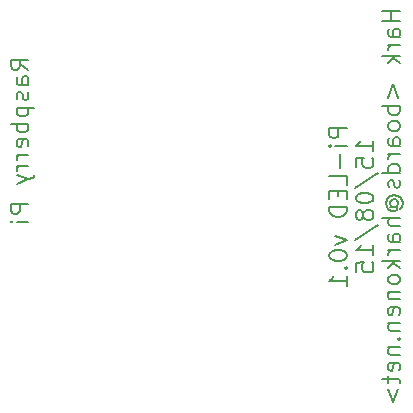
<source format=gbo>
G04 #@! TF.FileFunction,Legend,Bot*
%FSLAX46Y46*%
G04 Gerber Fmt 4.6, Leading zero omitted, Abs format (unit mm)*
G04 Created by KiCad (PCBNEW (2015-08-15 BZR 6094)-product) date Mon 17 Aug 2015 18:15:34 BST*
%MOMM*%
G01*
G04 APERTURE LIST*
%ADD10C,0.100000*%
%ADD11C,0.150000*%
G04 APERTURE END LIST*
D10*
D11*
X125428571Y-85305143D02*
X123928571Y-85305143D01*
X123928571Y-85876571D01*
X124000000Y-86019429D01*
X124071429Y-86090857D01*
X124214286Y-86162286D01*
X124428571Y-86162286D01*
X124571429Y-86090857D01*
X124642857Y-86019429D01*
X124714286Y-85876571D01*
X124714286Y-85305143D01*
X125428571Y-86805143D02*
X124428571Y-86805143D01*
X123928571Y-86805143D02*
X124000000Y-86733714D01*
X124071429Y-86805143D01*
X124000000Y-86876571D01*
X123928571Y-86805143D01*
X124071429Y-86805143D01*
X124857143Y-87519429D02*
X124857143Y-88662286D01*
X125428571Y-90090858D02*
X125428571Y-89376572D01*
X123928571Y-89376572D01*
X124642857Y-90590858D02*
X124642857Y-91090858D01*
X125428571Y-91305144D02*
X125428571Y-90590858D01*
X123928571Y-90590858D01*
X123928571Y-91305144D01*
X125428571Y-91948001D02*
X123928571Y-91948001D01*
X123928571Y-92305144D01*
X124000000Y-92519429D01*
X124142857Y-92662287D01*
X124285714Y-92733715D01*
X124571429Y-92805144D01*
X124785714Y-92805144D01*
X125071429Y-92733715D01*
X125214286Y-92662287D01*
X125357143Y-92519429D01*
X125428571Y-92305144D01*
X125428571Y-91948001D01*
X124428571Y-94448001D02*
X125428571Y-94805144D01*
X124428571Y-95162286D01*
X123928571Y-96019429D02*
X123928571Y-96162286D01*
X124000000Y-96305143D01*
X124071429Y-96376572D01*
X124214286Y-96448001D01*
X124500000Y-96519429D01*
X124857143Y-96519429D01*
X125142857Y-96448001D01*
X125285714Y-96376572D01*
X125357143Y-96305143D01*
X125428571Y-96162286D01*
X125428571Y-96019429D01*
X125357143Y-95876572D01*
X125285714Y-95805143D01*
X125142857Y-95733715D01*
X124857143Y-95662286D01*
X124500000Y-95662286D01*
X124214286Y-95733715D01*
X124071429Y-95805143D01*
X124000000Y-95876572D01*
X123928571Y-96019429D01*
X125285714Y-97162286D02*
X125357143Y-97233714D01*
X125428571Y-97162286D01*
X125357143Y-97090857D01*
X125285714Y-97162286D01*
X125428571Y-97162286D01*
X125428571Y-98662286D02*
X125428571Y-97805143D01*
X125428571Y-98233715D02*
X123928571Y-98233715D01*
X124142857Y-98090858D01*
X124285714Y-97948000D01*
X124357143Y-97805143D01*
X127678571Y-87233715D02*
X127678571Y-86376572D01*
X127678571Y-86805144D02*
X126178571Y-86805144D01*
X126392857Y-86662287D01*
X126535714Y-86519429D01*
X126607143Y-86376572D01*
X126178571Y-88590858D02*
X126178571Y-87876572D01*
X126892857Y-87805143D01*
X126821429Y-87876572D01*
X126750000Y-88019429D01*
X126750000Y-88376572D01*
X126821429Y-88519429D01*
X126892857Y-88590858D01*
X127035714Y-88662286D01*
X127392857Y-88662286D01*
X127535714Y-88590858D01*
X127607143Y-88519429D01*
X127678571Y-88376572D01*
X127678571Y-88019429D01*
X127607143Y-87876572D01*
X127535714Y-87805143D01*
X126107143Y-90376571D02*
X128035714Y-89090857D01*
X126178571Y-91162286D02*
X126178571Y-91305143D01*
X126250000Y-91448000D01*
X126321429Y-91519429D01*
X126464286Y-91590858D01*
X126750000Y-91662286D01*
X127107143Y-91662286D01*
X127392857Y-91590858D01*
X127535714Y-91519429D01*
X127607143Y-91448000D01*
X127678571Y-91305143D01*
X127678571Y-91162286D01*
X127607143Y-91019429D01*
X127535714Y-90948000D01*
X127392857Y-90876572D01*
X127107143Y-90805143D01*
X126750000Y-90805143D01*
X126464286Y-90876572D01*
X126321429Y-90948000D01*
X126250000Y-91019429D01*
X126178571Y-91162286D01*
X126821429Y-92519429D02*
X126750000Y-92376571D01*
X126678571Y-92305143D01*
X126535714Y-92233714D01*
X126464286Y-92233714D01*
X126321429Y-92305143D01*
X126250000Y-92376571D01*
X126178571Y-92519429D01*
X126178571Y-92805143D01*
X126250000Y-92948000D01*
X126321429Y-93019429D01*
X126464286Y-93090857D01*
X126535714Y-93090857D01*
X126678571Y-93019429D01*
X126750000Y-92948000D01*
X126821429Y-92805143D01*
X126821429Y-92519429D01*
X126892857Y-92376571D01*
X126964286Y-92305143D01*
X127107143Y-92233714D01*
X127392857Y-92233714D01*
X127535714Y-92305143D01*
X127607143Y-92376571D01*
X127678571Y-92519429D01*
X127678571Y-92805143D01*
X127607143Y-92948000D01*
X127535714Y-93019429D01*
X127392857Y-93090857D01*
X127107143Y-93090857D01*
X126964286Y-93019429D01*
X126892857Y-92948000D01*
X126821429Y-92805143D01*
X126107143Y-94805142D02*
X128035714Y-93519428D01*
X127678571Y-96090857D02*
X127678571Y-95233714D01*
X127678571Y-95662286D02*
X126178571Y-95662286D01*
X126392857Y-95519429D01*
X126535714Y-95376571D01*
X126607143Y-95233714D01*
X126178571Y-97448000D02*
X126178571Y-96733714D01*
X126892857Y-96662285D01*
X126821429Y-96733714D01*
X126750000Y-96876571D01*
X126750000Y-97233714D01*
X126821429Y-97376571D01*
X126892857Y-97448000D01*
X127035714Y-97519428D01*
X127392857Y-97519428D01*
X127535714Y-97448000D01*
X127607143Y-97376571D01*
X127678571Y-97233714D01*
X127678571Y-96876571D01*
X127607143Y-96733714D01*
X127535714Y-96662285D01*
X129928571Y-75376571D02*
X128428571Y-75376571D01*
X129142857Y-75376571D02*
X129142857Y-76233714D01*
X129928571Y-76233714D02*
X128428571Y-76233714D01*
X129928571Y-77590857D02*
X129142857Y-77590857D01*
X129000000Y-77519428D01*
X128928571Y-77376571D01*
X128928571Y-77090857D01*
X129000000Y-76948000D01*
X129857143Y-77590857D02*
X129928571Y-77448000D01*
X129928571Y-77090857D01*
X129857143Y-76948000D01*
X129714286Y-76876571D01*
X129571429Y-76876571D01*
X129428571Y-76948000D01*
X129357143Y-77090857D01*
X129357143Y-77448000D01*
X129285714Y-77590857D01*
X129928571Y-78305143D02*
X128928571Y-78305143D01*
X129214286Y-78305143D02*
X129071429Y-78376571D01*
X129000000Y-78448000D01*
X128928571Y-78590857D01*
X128928571Y-78733714D01*
X129928571Y-79233714D02*
X128428571Y-79233714D01*
X129357143Y-79376571D02*
X129928571Y-79805142D01*
X128928571Y-79805142D02*
X129500000Y-79233714D01*
X128928571Y-82733714D02*
X129357143Y-81590857D01*
X129785714Y-82733714D01*
X129928571Y-83448000D02*
X128428571Y-83448000D01*
X129000000Y-83448000D02*
X128928571Y-83590857D01*
X128928571Y-83876571D01*
X129000000Y-84019428D01*
X129071429Y-84090857D01*
X129214286Y-84162286D01*
X129642857Y-84162286D01*
X129785714Y-84090857D01*
X129857143Y-84019428D01*
X129928571Y-83876571D01*
X129928571Y-83590857D01*
X129857143Y-83448000D01*
X129928571Y-85019429D02*
X129857143Y-84876571D01*
X129785714Y-84805143D01*
X129642857Y-84733714D01*
X129214286Y-84733714D01*
X129071429Y-84805143D01*
X129000000Y-84876571D01*
X128928571Y-85019429D01*
X128928571Y-85233714D01*
X129000000Y-85376571D01*
X129071429Y-85448000D01*
X129214286Y-85519429D01*
X129642857Y-85519429D01*
X129785714Y-85448000D01*
X129857143Y-85376571D01*
X129928571Y-85233714D01*
X129928571Y-85019429D01*
X129928571Y-86805143D02*
X129142857Y-86805143D01*
X129000000Y-86733714D01*
X128928571Y-86590857D01*
X128928571Y-86305143D01*
X129000000Y-86162286D01*
X129857143Y-86805143D02*
X129928571Y-86662286D01*
X129928571Y-86305143D01*
X129857143Y-86162286D01*
X129714286Y-86090857D01*
X129571429Y-86090857D01*
X129428571Y-86162286D01*
X129357143Y-86305143D01*
X129357143Y-86662286D01*
X129285714Y-86805143D01*
X129928571Y-87519429D02*
X128928571Y-87519429D01*
X129214286Y-87519429D02*
X129071429Y-87590857D01*
X129000000Y-87662286D01*
X128928571Y-87805143D01*
X128928571Y-87948000D01*
X129928571Y-89090857D02*
X128428571Y-89090857D01*
X129857143Y-89090857D02*
X129928571Y-88948000D01*
X129928571Y-88662286D01*
X129857143Y-88519428D01*
X129785714Y-88448000D01*
X129642857Y-88376571D01*
X129214286Y-88376571D01*
X129071429Y-88448000D01*
X129000000Y-88519428D01*
X128928571Y-88662286D01*
X128928571Y-88948000D01*
X129000000Y-89090857D01*
X129857143Y-89733714D02*
X129928571Y-89876571D01*
X129928571Y-90162286D01*
X129857143Y-90305143D01*
X129714286Y-90376571D01*
X129642857Y-90376571D01*
X129500000Y-90305143D01*
X129428571Y-90162286D01*
X129428571Y-89948000D01*
X129357143Y-89805143D01*
X129214286Y-89733714D01*
X129142857Y-89733714D01*
X129000000Y-89805143D01*
X128928571Y-89948000D01*
X128928571Y-90162286D01*
X129000000Y-90305143D01*
X129214286Y-91948000D02*
X129142857Y-91876572D01*
X129071429Y-91733715D01*
X129071429Y-91590857D01*
X129142857Y-91448000D01*
X129214286Y-91376572D01*
X129357143Y-91305143D01*
X129500000Y-91305143D01*
X129642857Y-91376572D01*
X129714286Y-91448000D01*
X129785714Y-91590857D01*
X129785714Y-91733715D01*
X129714286Y-91876572D01*
X129642857Y-91948000D01*
X129071429Y-91948000D02*
X129642857Y-91948000D01*
X129714286Y-92019429D01*
X129714286Y-92090857D01*
X129642857Y-92233715D01*
X129500000Y-92305143D01*
X129142857Y-92305143D01*
X128928571Y-92162286D01*
X128785714Y-91948000D01*
X128714286Y-91662286D01*
X128785714Y-91376572D01*
X128928571Y-91162286D01*
X129142857Y-91019429D01*
X129428571Y-90948000D01*
X129714286Y-91019429D01*
X129928571Y-91162286D01*
X130071429Y-91376572D01*
X130142857Y-91662286D01*
X130071429Y-91948000D01*
X129928571Y-92162286D01*
X129928571Y-92948000D02*
X128428571Y-92948000D01*
X129928571Y-93590857D02*
X129142857Y-93590857D01*
X129000000Y-93519428D01*
X128928571Y-93376571D01*
X128928571Y-93162286D01*
X129000000Y-93019428D01*
X129071429Y-92948000D01*
X129928571Y-94948000D02*
X129142857Y-94948000D01*
X129000000Y-94876571D01*
X128928571Y-94733714D01*
X128928571Y-94448000D01*
X129000000Y-94305143D01*
X129857143Y-94948000D02*
X129928571Y-94805143D01*
X129928571Y-94448000D01*
X129857143Y-94305143D01*
X129714286Y-94233714D01*
X129571429Y-94233714D01*
X129428571Y-94305143D01*
X129357143Y-94448000D01*
X129357143Y-94805143D01*
X129285714Y-94948000D01*
X129928571Y-95662286D02*
X128928571Y-95662286D01*
X129214286Y-95662286D02*
X129071429Y-95733714D01*
X129000000Y-95805143D01*
X128928571Y-95948000D01*
X128928571Y-96090857D01*
X129928571Y-96590857D02*
X128428571Y-96590857D01*
X129357143Y-96733714D02*
X129928571Y-97162285D01*
X128928571Y-97162285D02*
X129500000Y-96590857D01*
X129928571Y-98019429D02*
X129857143Y-97876571D01*
X129785714Y-97805143D01*
X129642857Y-97733714D01*
X129214286Y-97733714D01*
X129071429Y-97805143D01*
X129000000Y-97876571D01*
X128928571Y-98019429D01*
X128928571Y-98233714D01*
X129000000Y-98376571D01*
X129071429Y-98448000D01*
X129214286Y-98519429D01*
X129642857Y-98519429D01*
X129785714Y-98448000D01*
X129857143Y-98376571D01*
X129928571Y-98233714D01*
X129928571Y-98019429D01*
X128928571Y-99162286D02*
X129928571Y-99162286D01*
X129071429Y-99162286D02*
X129000000Y-99233714D01*
X128928571Y-99376572D01*
X128928571Y-99590857D01*
X129000000Y-99733714D01*
X129142857Y-99805143D01*
X129928571Y-99805143D01*
X129857143Y-101090857D02*
X129928571Y-100948000D01*
X129928571Y-100662286D01*
X129857143Y-100519429D01*
X129714286Y-100448000D01*
X129142857Y-100448000D01*
X129000000Y-100519429D01*
X128928571Y-100662286D01*
X128928571Y-100948000D01*
X129000000Y-101090857D01*
X129142857Y-101162286D01*
X129285714Y-101162286D01*
X129428571Y-100448000D01*
X128928571Y-101805143D02*
X129928571Y-101805143D01*
X129071429Y-101805143D02*
X129000000Y-101876571D01*
X128928571Y-102019429D01*
X128928571Y-102233714D01*
X129000000Y-102376571D01*
X129142857Y-102448000D01*
X129928571Y-102448000D01*
X129785714Y-103162286D02*
X129857143Y-103233714D01*
X129928571Y-103162286D01*
X129857143Y-103090857D01*
X129785714Y-103162286D01*
X129928571Y-103162286D01*
X128928571Y-103876572D02*
X129928571Y-103876572D01*
X129071429Y-103876572D02*
X129000000Y-103948000D01*
X128928571Y-104090858D01*
X128928571Y-104305143D01*
X129000000Y-104448000D01*
X129142857Y-104519429D01*
X129928571Y-104519429D01*
X129857143Y-105805143D02*
X129928571Y-105662286D01*
X129928571Y-105376572D01*
X129857143Y-105233715D01*
X129714286Y-105162286D01*
X129142857Y-105162286D01*
X129000000Y-105233715D01*
X128928571Y-105376572D01*
X128928571Y-105662286D01*
X129000000Y-105805143D01*
X129142857Y-105876572D01*
X129285714Y-105876572D01*
X129428571Y-105162286D01*
X128928571Y-106305143D02*
X128928571Y-106876572D01*
X128428571Y-106519429D02*
X129714286Y-106519429D01*
X129857143Y-106590857D01*
X129928571Y-106733715D01*
X129928571Y-106876572D01*
X128928571Y-107376572D02*
X129357143Y-108519429D01*
X129785714Y-107376572D01*
X98468571Y-80360001D02*
X97754286Y-79860001D01*
X98468571Y-79502858D02*
X96968571Y-79502858D01*
X96968571Y-80074286D01*
X97040000Y-80217144D01*
X97111429Y-80288572D01*
X97254286Y-80360001D01*
X97468571Y-80360001D01*
X97611429Y-80288572D01*
X97682857Y-80217144D01*
X97754286Y-80074286D01*
X97754286Y-79502858D01*
X98468571Y-81645715D02*
X97682857Y-81645715D01*
X97540000Y-81574286D01*
X97468571Y-81431429D01*
X97468571Y-81145715D01*
X97540000Y-81002858D01*
X98397143Y-81645715D02*
X98468571Y-81502858D01*
X98468571Y-81145715D01*
X98397143Y-81002858D01*
X98254286Y-80931429D01*
X98111429Y-80931429D01*
X97968571Y-81002858D01*
X97897143Y-81145715D01*
X97897143Y-81502858D01*
X97825714Y-81645715D01*
X98397143Y-82288572D02*
X98468571Y-82431429D01*
X98468571Y-82717144D01*
X98397143Y-82860001D01*
X98254286Y-82931429D01*
X98182857Y-82931429D01*
X98040000Y-82860001D01*
X97968571Y-82717144D01*
X97968571Y-82502858D01*
X97897143Y-82360001D01*
X97754286Y-82288572D01*
X97682857Y-82288572D01*
X97540000Y-82360001D01*
X97468571Y-82502858D01*
X97468571Y-82717144D01*
X97540000Y-82860001D01*
X97468571Y-83574287D02*
X98968571Y-83574287D01*
X97540000Y-83574287D02*
X97468571Y-83717144D01*
X97468571Y-84002858D01*
X97540000Y-84145715D01*
X97611429Y-84217144D01*
X97754286Y-84288573D01*
X98182857Y-84288573D01*
X98325714Y-84217144D01*
X98397143Y-84145715D01*
X98468571Y-84002858D01*
X98468571Y-83717144D01*
X98397143Y-83574287D01*
X98468571Y-84931430D02*
X96968571Y-84931430D01*
X97540000Y-84931430D02*
X97468571Y-85074287D01*
X97468571Y-85360001D01*
X97540000Y-85502858D01*
X97611429Y-85574287D01*
X97754286Y-85645716D01*
X98182857Y-85645716D01*
X98325714Y-85574287D01*
X98397143Y-85502858D01*
X98468571Y-85360001D01*
X98468571Y-85074287D01*
X98397143Y-84931430D01*
X98397143Y-86860001D02*
X98468571Y-86717144D01*
X98468571Y-86431430D01*
X98397143Y-86288573D01*
X98254286Y-86217144D01*
X97682857Y-86217144D01*
X97540000Y-86288573D01*
X97468571Y-86431430D01*
X97468571Y-86717144D01*
X97540000Y-86860001D01*
X97682857Y-86931430D01*
X97825714Y-86931430D01*
X97968571Y-86217144D01*
X98468571Y-87574287D02*
X97468571Y-87574287D01*
X97754286Y-87574287D02*
X97611429Y-87645715D01*
X97540000Y-87717144D01*
X97468571Y-87860001D01*
X97468571Y-88002858D01*
X98468571Y-88502858D02*
X97468571Y-88502858D01*
X97754286Y-88502858D02*
X97611429Y-88574286D01*
X97540000Y-88645715D01*
X97468571Y-88788572D01*
X97468571Y-88931429D01*
X97468571Y-89288572D02*
X98468571Y-89645715D01*
X97468571Y-90002857D02*
X98468571Y-89645715D01*
X98825714Y-89502857D01*
X98897143Y-89431429D01*
X98968571Y-89288572D01*
X98468571Y-91717143D02*
X96968571Y-91717143D01*
X96968571Y-92288571D01*
X97040000Y-92431429D01*
X97111429Y-92502857D01*
X97254286Y-92574286D01*
X97468571Y-92574286D01*
X97611429Y-92502857D01*
X97682857Y-92431429D01*
X97754286Y-92288571D01*
X97754286Y-91717143D01*
X98468571Y-93217143D02*
X97468571Y-93217143D01*
X96968571Y-93217143D02*
X97040000Y-93145714D01*
X97111429Y-93217143D01*
X97040000Y-93288571D01*
X96968571Y-93217143D01*
X97111429Y-93217143D01*
M02*

</source>
